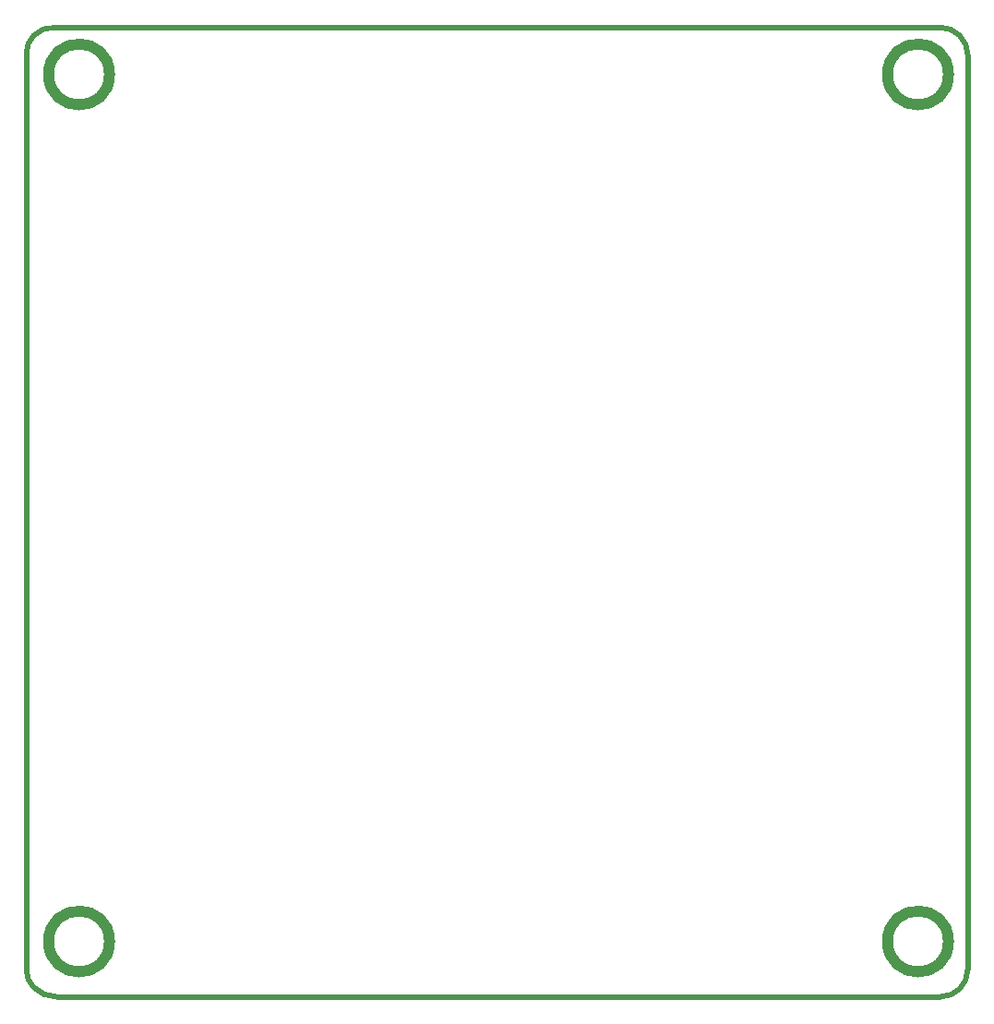
<source format=gbr>
G04*
G04 #@! TF.GenerationSoftware,Altium Limited,Altium Designer,23.6.0 (18)*
G04*
G04 Layer_Color=16711935*
%FSLAX25Y25*%
%MOIN*%
G70*
G04*
G04 #@! TF.SameCoordinates,4C77A988-F8BE-4A75-A6A8-83DB4AFB9164*
G04*
G04*
G04 #@! TF.FilePolarity,Positive*
G04*
G01*
G75*
%ADD20C,0.02000*%
%ADD98C,0.04000*%
D20*
X311000Y-20000D02*
G03*
X318071Y-17071I0J10000D01*
G01*
D02*
G03*
X321000Y-10000I-7071J7071D01*
G01*
Y320000D02*
G03*
X318071Y327071I-10000J0D01*
G01*
D02*
G03*
X311000Y330000I-7071J-7071D01*
G01*
X-9268D02*
G03*
X-16339Y327071I0J-10000D01*
G01*
D02*
G03*
X-19000Y320647I6424J-6424D01*
G01*
Y-10515D02*
G03*
X-16535Y-16465I8414J0D01*
G01*
D02*
G03*
X-8000Y-20000I8535J8535D01*
G01*
X2866D02*
X311000D01*
X321000Y-10000D02*
Y320000D01*
X-9268Y330000D02*
X311000D01*
X-19000Y-10515D02*
Y320647D01*
X-8000Y-20000D02*
X2866D01*
D98*
X314000Y0D02*
G03*
X314000Y0I-11000J0D01*
G01*
X11000D02*
G03*
X11000Y0I-11000J0D01*
G01*
X314000Y313000D02*
G03*
X314000Y313000I-11000J0D01*
G01*
X11000D02*
G03*
X11000Y313000I-11000J0D01*
G01*
M02*

</source>
